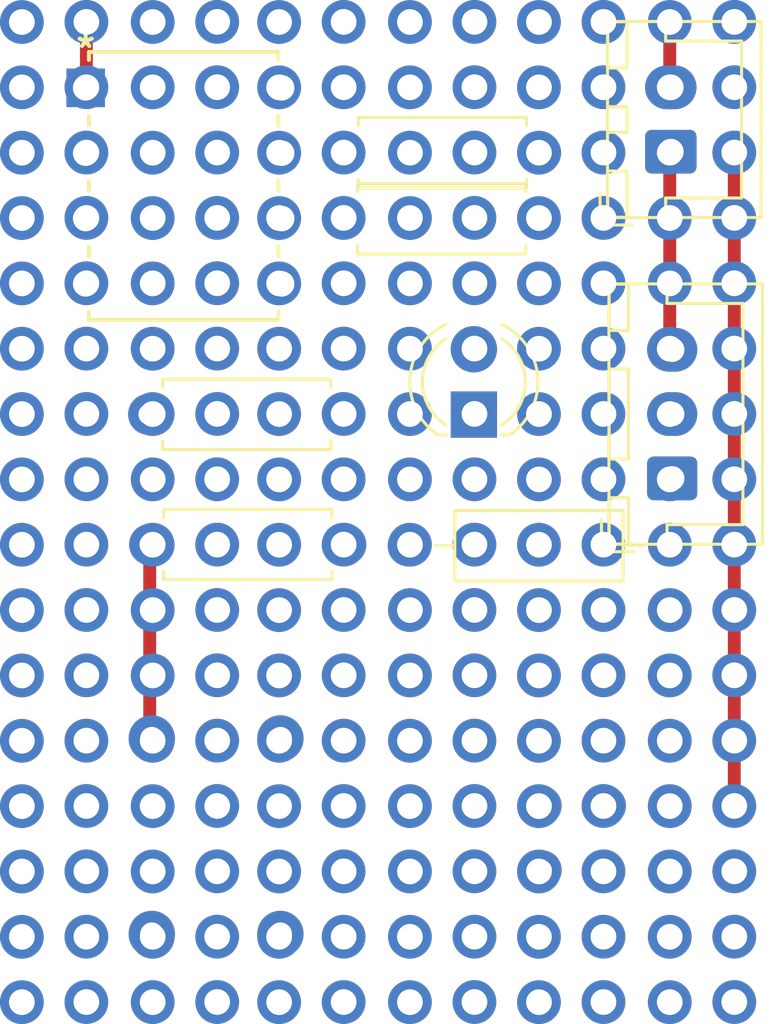
<source format=kicad_pcb>
(kicad_pcb (version 20240108) (generator "pcbnew") (generator_version "8.0")
  (layers (0 "F.Cu" signal) (31 "B.Cu" signal) (34 "B.Paste" user) (35 "F.Paste" user) (36 "B.SilkS" user "B.Silkscreen") (37 "F.SilkS" user "F.Silkscreen") (38 "B.Mask" user) (39 "F.Mask" user) (44 "Edge.Cuts" user))
  (net 0 "")
  (footprint "Resistor_THT:R_Axial_DIN0207_L6.3mm_D2.5mm_P7.62mm_Horizontal" (layer "F.Cu") (at 57.905084 55.480832)
    (property "Reference" "REF**" (hide yes))
    (property "Value" "R_Axial_DIN0207_L6.3mm_D2.5mm_P7.62mm_Horizontal" (hide yes))
    (fp_line (start 0.54 -1.37) (end 7.08 -1.37) (stroke (width 0.12)) (layer "F.SilkS"))
    (fp_line (start 0.54 -1.04) (end 0.54 -1.37) (stroke (width 0.12)) (layer "F.SilkS"))
    (fp_line (start 0.54 1.04) (end 0.54 1.37) (stroke (width 0.12)) (layer "F.SilkS"))
    (fp_line (start 0.54 1.37) (end 7.08 1.37) (stroke (width 0.12)) (layer "F.SilkS"))
    (fp_line (start 7.08 -1.37) (end 7.08 -1.04) (stroke (width 0.12)) (layer "F.SilkS"))
    (fp_line (start 7.08 1.37) (end 7.08 1.04) (stroke (width 0.12)) (layer "F.SilkS"))
    (pad "1" thru_hole circle (at 0 0) (size 1.6 1.6) (drill 0.8) (layers "*.Cu" "*.Mask"))
    (pad "2" thru_hole oval (at 7.62 0) (size 1.6 1.6) (drill 0.8) (layers "*.Cu" "*.Mask"))
  )
  (footprint "Connector_JST:JST_XH_B3B-XH-A_1x03_P2.50mm_Vertical" (layer "F.Cu") (at 78.215084 52.910832 90)
    (property "Reference" "REF**" (hide yes))
    (property "Value" "JST_XH_B3B-XH-A_1x03_P2.50mm_Vertical" (hide yes))
    (fp_line (start -1.6 -2.75) (end -2.85 -2.75) (stroke (width 0.12)) (layer "F.SilkS"))
    (fp_line (start -2.85 -2.75) (end -2.85 -1.5) (stroke (width 0.12)) (layer "F.SilkS"))
    (fp_line (start 7.56 -2.46) (end -2.56 -2.46) (stroke (width 0.12)) (layer "F.SilkS"))
    (fp_line (start -2.56 -2.46) (end -2.56 3.51) (stroke (width 0.12)) (layer "F.SilkS"))
    (fp_line (start 7.55 -2.45) (end 5.75 -2.45) (stroke (width 0.12)) (layer "F.SilkS"))
    (fp_line (start 5.75 -2.45) (end 5.75 -1.7) (stroke (width 0.12)) (layer "F.SilkS"))
    (fp_line (start 4.25 -2.45) (end 0.75 -2.45) (stroke (width 0.12)) (layer "F.SilkS"))
    (fp_line (start 0.75 -2.45) (end 0.75 -1.7) (stroke (width 0.12)) (layer "F.SilkS"))
    (fp_line (start -0.75 -2.45) (end -2.55 -2.45) (stroke (width 0.12)) (layer "F.SilkS"))
    (fp_line (start -2.55 -2.45) (end -2.55 -1.7) (stroke (width 0.12)) (layer "F.SilkS"))
    (fp_line (start 7.55 -1.7) (end 7.55 -2.45) (stroke (width 0.12)) (layer "F.SilkS"))
    (fp_line (start 5.75 -1.7) (end 7.55 -1.7) (stroke (width 0.12)) (layer "F.SilkS"))
    (fp_line (start 4.25 -1.7) (end 4.25 -2.45) (stroke (width 0.12)) (layer "F.SilkS"))
    (fp_line (start 0.75 -1.7) (end 4.25 -1.7) (stroke (width 0.12)) (layer "F.SilkS"))
    (fp_line (start -0.75 -1.7) (end -0.75 -2.45) (stroke (width 0.12)) (layer "F.SilkS"))
    (fp_line (start -2.55 -1.7) (end -0.75 -1.7) (stroke (width 0.12)) (layer "F.SilkS"))
    (fp_line (start 7.55 -0.2) (end 6.8 -0.2) (stroke (width 0.12)) (layer "F.SilkS"))
    (fp_line (start 6.8 -0.2) (end 6.8 2.75) (stroke (width 0.12)) (layer "F.SilkS"))
    (fp_line (start -1.8 -0.2) (end -1.8 2.75) (stroke (width 0.12)) (layer "F.SilkS"))
    (fp_line (start -2.55 -0.2) (end -1.8 -0.2) (stroke (width 0.12)) (layer "F.SilkS"))
    (fp_line (start 6.8 2.75) (end 2.5 2.75) (stroke (width 0.12)) (layer "F.SilkS"))
    (fp_line (start -1.8 2.75) (end 2.5 2.75) (stroke (width 0.12)) (layer "F.SilkS"))
    (fp_line (start 7.56 3.51) (end 7.56 -2.46) (stroke (width 0.12)) (layer "F.SilkS"))
    (fp_line (start -2.56 3.51) (end 7.56 3.51) (stroke (width 0.12)) (layer "F.SilkS"))
    (pad "1" thru_hole roundrect (at 0 0 90) (size 1.7 1.95) (drill 0.95) (layers "*.Cu" "*.Mask") (roundrect_rratio 0.147059))
    (pad "2" thru_hole oval (at 2.5 0 90) (size 1.7 1.95) (drill 0.95) (layers "*.Cu" "*.Mask"))
    (pad "3" thru_hole oval (at 5 0 90) (size 1.7 1.95) (drill 0.95) (layers "*.Cu" "*.Mask"))
  )
  (footprint "user:PIC12F683-IP" (layer "F.Cu") (at 55.415084 37.730832)
    (property "Reference" "REF**" (hide yes))
    (property "Value" "PIC12F683-IP" (hide yes))
    (fp_line (start 0.127 -1.397) (end 0.127 -1.08204) (stroke (width 0.1524)) (layer "F.SilkS"))
    (fp_line (start 0.127 1.08204) (end 0.127 1.465439) (stroke (width 0.1524)) (layer "F.SilkS"))
    (fp_line (start 0.127 3.614561) (end 0.127 4.005439) (stroke (width 0.1524)) (layer "F.SilkS"))
    (fp_line (start 0.127 6.154561) (end 0.127 6.545439) (stroke (width 0.1524)) (layer "F.SilkS"))
    (fp_line (start 0.127 8.694561) (end 0.127 9.017) (stroke (width 0.1524)) (layer "F.SilkS"))
    (fp_line (start 0.127 9.017) (end 7.493 9.017) (stroke (width 0.1524)) (layer "F.SilkS"))
    (fp_line (start 7.493 -1.397) (end 0.127 -1.397) (stroke (width 0.1524)) (layer "F.SilkS"))
    (fp_line (start 7.493 -1.074561) (end 7.493 -1.397) (stroke (width 0.1524)) (layer "F.SilkS"))
    (fp_line (start 7.493 1.465439) (end 7.493 1.074561) (stroke (width 0.1524)) (layer "F.SilkS"))
    (fp_line (start 7.493 4.005439) (end 7.493 3.614561) (stroke (width 0.1524)) (layer "F.SilkS"))
    (fp_line (start 7.493 6.545439) (end 7.493 6.154561) (stroke (width 0.1524)) (layer "F.SilkS"))
    (fp_line (start 7.493 9.017) (end 7.493 8.694561) (stroke (width 0.1524)) (layer "F.SilkS"))
    (fp_text user "*" (at 0 -1.5113 0) (layer "F.SilkS"))
    (fp_text user "*" (at 0 -1.5113 0) (layer "F.SilkS"))
    (pad "1" thru_hole rect (at 0 0) (size 1.4986 1.4986) (drill 0.9906) (layers "*.Cu" "*.Mask"))
    (pad "2" thru_hole circle (at 0 2.54) (size 1.4986 1.4986) (drill 0.9906) (layers "*.Cu" "*.Mask"))
    (pad "3" thru_hole circle (at 0 5.08) (size 1.4986 1.4986) (drill 0.9906) (layers "*.Cu" "*.Mask"))
    (pad "4" thru_hole circle (at 0 7.62) (size 1.4986 1.4986) (drill 0.9906) (layers "*.Cu" "*.Mask"))
    (pad "5" thru_hole circle (at 7.62 7.62) (size 1.4986 1.4986) (drill 0.9906) (layers "*.Cu" "*.Mask"))
    (pad "6" thru_hole circle (at 7.62 5.08) (size 1.4986 1.4986) (drill 0.9906) (layers "*.Cu" "*.Mask"))
    (pad "7" thru_hole circle (at 7.62 2.54) (size 1.4986 1.4986) (drill 0.9906) (layers "*.Cu" "*.Mask"))
    (pad "8" thru_hole circle (at 7.62 0) (size 1.4986 1.4986) (drill 0.9906) (layers "*.Cu" "*.Mask"))
  )
  (footprint "Resistor_THT:R_Axial_DIN0207_L6.3mm_D2.5mm_P7.62mm_Horizontal" (layer "F.Cu") (at 57.865084 50.420832)
    (property "Reference" "REF**" (hide yes))
    (property "Value" "R_Axial_DIN0207_L6.3mm_D2.5mm_P7.62mm_Horizontal" (hide yes))
    (fp_line (start 0.54 -1.37) (end 7.08 -1.37) (stroke (width 0.12)) (layer "F.SilkS"))
    (fp_line (start 0.54 -1.04) (end 0.54 -1.37) (stroke (width 0.12)) (layer "F.SilkS"))
    (fp_line (start 0.54 1.04) (end 0.54 1.37) (stroke (width 0.12)) (layer "F.SilkS"))
    (fp_line (start 0.54 1.37) (end 7.08 1.37) (stroke (width 0.12)) (layer "F.SilkS"))
    (fp_line (start 7.08 -1.37) (end 7.08 -1.04) (stroke (width 0.12)) (layer "F.SilkS"))
    (fp_line (start 7.08 1.37) (end 7.08 1.04) (stroke (width 0.12)) (layer "F.SilkS"))
    (pad "1" thru_hole circle (at 0 0) (size 1.6 1.6) (drill 0.8) (layers "*.Cu" "*.Mask"))
    (pad "2" thru_hole oval (at 7.62 0) (size 1.6 1.6) (drill 0.8) (layers "*.Cu" "*.Mask"))
  )
  (footprint "user:SW_Push" (layer "F.Cu") (at 57.985084 63.020832)
    (property "Reference" "REF**" (hide yes))
    (property "Value" "SW_Push" (hide yes))
    (pad "1" thru_hole circle (at 0 0) (size 1.8 1.8) (drill 0.9) (layers "*.Cu" "*.Mask"))
    (pad "2" thru_hole circle (at 5 0) (size 1.8 1.8) (drill 0.9) (layers "*.Cu" "*.Mask"))
    (pad "3" thru_hole circle (at 0 7.6) (size 1.8 1.8) (drill 0.9) (layers "*.Cu" "*.Mask"))
    (pad "4" thru_hole circle (at 5 7.6) (size 1.8 1.8) (drill 0.9) (layers "*.Cu" "*.Mask"))
  )
  (footprint "Connector_JST:JST_XH_B2B-XH-A_1x02_P2.50mm_Vertical" (layer "F.Cu") (at 78.160084 40.210832 90)
    (property "Reference" "REF**" (hide yes))
    (property "Value" "JST_XH_B2B-XH-A_1x02_P2.50mm_Vertical" (hide yes))
    (fp_line (start -1.6 -2.75) (end -2.85 -2.75) (stroke (width 0.12)) (layer "F.SilkS"))
    (fp_line (start -2.85 -2.75) (end -2.85 -1.5) (stroke (width 0.12)) (layer "F.SilkS"))
    (fp_line (start 5.06 -2.46) (end -2.56 -2.46) (stroke (width 0.12)) (layer "F.SilkS"))
    (fp_line (start -2.56 -2.46) (end -2.56 3.51) (stroke (width 0.12)) (layer "F.SilkS"))
    (fp_line (start 5.05 -2.45) (end 3.25 -2.45) (stroke (width 0.12)) (layer "F.SilkS"))
    (fp_line (start 3.25 -2.45) (end 3.25 -1.7) (stroke (width 0.12)) (layer "F.SilkS"))
    (fp_line (start 1.75 -2.45) (end 0.75 -2.45) (stroke (width 0.12)) (layer "F.SilkS"))
    (fp_line (start 0.75 -2.45) (end 0.75 -1.7) (stroke (width 0.12)) (layer "F.SilkS"))
    (fp_line (start -0.75 -2.45) (end -2.55 -2.45) (stroke (width 0.12)) (layer "F.SilkS"))
    (fp_line (start -2.55 -2.45) (end -2.55 -1.7) (stroke (width 0.12)) (layer "F.SilkS"))
    (fp_line (start 5.05 -1.7) (end 5.05 -2.45) (stroke (width 0.12)) (layer "F.SilkS"))
    (fp_line (start 3.25 -1.7) (end 5.05 -1.7) (stroke (width 0.12)) (layer "F.SilkS"))
    (fp_line (start 1.75 -1.7) (end 1.75 -2.45) (stroke (width 0.12)) (layer "F.SilkS"))
    (fp_line (start 0.75 -1.7) (end 1.75 -1.7) (stroke (width 0.12)) (layer "F.SilkS"))
    (fp_line (start -0.75 -1.7) (end -0.75 -2.45) (stroke (width 0.12)) (layer "F.SilkS"))
    (fp_line (start -2.55 -1.7) (end -0.75 -1.7) (stroke (width 0.12)) (layer "F.SilkS"))
    (fp_line (start 5.05 -0.2) (end 4.3 -0.2) (stroke (width 0.12)) (layer "F.SilkS"))
    (fp_line (start 4.3 -0.2) (end 4.3 2.75) (stroke (width 0.12)) (layer "F.SilkS"))
    (fp_line (start -1.8 -0.2) (end -1.8 2.75) (stroke (width 0.12)) (layer "F.SilkS"))
    (fp_line (start -2.55 -0.2) (end -1.8 -0.2) (stroke (width 0.12)) (layer "F.SilkS"))
    (fp_line (start 4.3 2.75) (end 1.25 2.75) (stroke (width 0.12)) (layer "F.SilkS"))
    (fp_line (start -1.8 2.75) (end 1.25 2.75) (stroke (width 0.12)) (layer "F.SilkS"))
    (fp_line (start 5.06 3.51) (end 5.06 -2.46) (stroke (width 0.12)) (layer "F.SilkS"))
    (fp_line (start -2.56 3.51) (end 5.06 3.51) (stroke (width 0.12)) (layer "F.SilkS"))
    (pad "1" thru_hole roundrect (at 0 0 90) (size 1.7 2) (drill 1) (layers "*.Cu" "*.Mask") (roundrect_rratio 0.147059))
    (pad "2" thru_hole oval (at 2.5 0 90) (size 1.7 2) (drill 1) (layers "*.Cu" "*.Mask"))
  )
  (footprint "LED_THT:LED_D4.0mm" (layer "F.Cu") (at 70.505084 50.430832 90)
    (property "Reference" "REF**" (hide yes))
    (property "Value" "LED_D4.0mm" (hide yes))
    (fp_line (start -0.79 -1.399) (end -0.79 -1.08) (stroke (width 0.12)) (layer "F.SilkS"))
    (fp_line (start -0.79 1.08) (end -0.79 1.399) (stroke (width 0.12)) (layer "F.SilkS"))
    (fp_arc (start -0.79 -1.398749) (mid 1.453519 -2.483228) (end 3.513242 -1.080724) (stroke (width 0.12)) (layer "F.SilkS"))
    (fp_arc (start -0.41333 -1.08) (mid 1.269429 -2) (end 2.952713 -1.080961) (stroke (width 0.12)) (layer "F.SilkS"))
    (fp_arc (start 3.513242 1.080724) (mid 1.453519 2.483228) (end -0.79 1.398749) (stroke (width 0.12)) (layer "F.SilkS"))
    (fp_arc (start 2.952713 1.080961) (mid 1.269429 2) (end -0.41333 1.08) (stroke (width 0.12)) (layer "F.SilkS"))
    (pad "1" thru_hole rect (at 0 0 90) (size 1.8 1.8) (drill 0.9) (layers "*.Cu" "*.Mask"))
    (pad "2" thru_hole circle (at 2.54 0 90) (size 1.8 1.8) (drill 0.9) (layers "*.Cu" "*.Mask"))
  )
  (footprint "user:1x16_2.54mm_pinheader_part" (layer "F.Cu") (at 52.935084 35.170832)
    (property "Reference" "REF**" (hide yes))
    (property "Value" "1x16_2.54mm_pinheader_part" (hide yes))
    (pad "1" thru_hole oval (at 0 0) (size 1.7 1.7) (drill 1) (layers "*.Cu" "*.Mask"))
    (pad "1" thru_hole oval (at 2.507843 -0.005064) (size 1.7 1.7) (drill 1) (layers "*.Cu" "*.Mask"))
    (pad "1" thru_hole oval (at 5.084916 -0.000832) (size 1.7 1.7) (drill 1) (layers "*.Cu" "*.Mask"))
    (pad "1" thru_hole oval (at 7.592759 -0.005896) (size 1.7 1.7) (drill 1) (layers "*.Cu" "*.Mask"))
    (pad "1" thru_hole oval (at 10 0) (size 1.7 1.7) (drill 1) (layers "*.Cu" "*.Mask"))
    (pad "1" thru_hole oval (at 12.507843 -0.005064) (size 1.7 1.7) (drill 1) (layers "*.Cu" "*.Mask"))
    (pad "1" thru_hole oval (at 15.084916 -0.000832) (size 1.7 1.7) (drill 1) (layers "*.Cu" "*.Mask"))
    (pad "1" thru_hole oval (at 17.592759 -0.005896) (size 1.7 1.7) (drill 1) (layers "*.Cu" "*.Mask"))
    (pad "1" thru_hole oval (at 20.1 0) (size 1.7 1.7) (drill 1) (layers "*.Cu" "*.Mask"))
    (pad "1" thru_hole oval (at 22.607843 -0.005064) (size 1.7 1.7) (drill 1) (layers "*.Cu" "*.Mask"))
    (pad "1" thru_hole oval (at 25.184916 -0.000832) (size 1.7 1.7) (drill 1) (layers "*.Cu" "*.Mask"))
    (pad "1" thru_hole oval (at 27.692759 -0.005896) (size 1.7 1.7) (drill 1) (layers "*.Cu" "*.Mask"))
    (pad "2" thru_hole oval (at 0 2.54) (size 1.7 1.7) (drill 1) (layers "*.Cu" "*.Mask"))
    (pad "2" thru_hole oval (at 2.507843 2.534936) (size 1.7 1.7) (drill 1) (layers "*.Cu" "*.Mask"))
    (pad "2" thru_hole oval (at 5.084916 2.539168) (size 1.7 1.7) (drill 1) (layers "*.Cu" "*.Mask"))
    (pad "2" thru_hole oval (at 7.592759 2.534104) (size 1.7 1.7) (drill 1) (layers "*.Cu" "*.Mask"))
    (pad "2" thru_hole oval (at 10 2.54) (size 1.7 1.7) (drill 1) (layers "*.Cu" "*.Mask"))
    (pad "2" thru_hole oval (at 12.507843 2.534936) (size 1.7 1.7) (drill 1) (layers "*.Cu" "*.Mask"))
    (pad "2" thru_hole oval (at 15.084916 2.539168) (size 1.7 1.7) (drill 1) (layers "*.Cu" "*.Mask"))
    (pad "2" thru_hole oval (at 17.592759 2.534104) (size 1.7 1.7) (drill 1) (layers "*.Cu" "*.Mask"))
    (pad "2" thru_hole oval (at 20.1 2.54) (size 1.7 1.7) (drill 1) (layers "*.Cu" "*.Mask"))
    (pad "2" thru_hole oval (at 22.607843 2.534936) (size 1.7 1.7) (drill 1) (layers "*.Cu" "*.Mask"))
    (pad "2" thru_hole oval (at 25.184916 2.539168) (size 1.7 1.7) (drill 1) (layers "*.Cu" "*.Mask"))
    (pad "2" thru_hole oval (at 27.692759 2.534104) (size 1.7 1.7) (drill 1) (layers "*.Cu" "*.Mask"))
    (pad "3" thru_hole oval (at 0 5.08) (size 1.7 1.7) (drill 1) (layers "*.Cu" "*.Mask"))
    (pad "3" thru_hole oval (at 2.507843 5.074936) (size 1.7 1.7) (drill 1) (layers "*.Cu" "*.Mask"))
    (pad "3" thru_hole oval (at 5.084916 5.079168) (size 1.7 1.7) (drill 1) (layers "*.Cu" "*.Mask"))
    (pad "3" thru_hole oval (at 7.592759 5.074104) (size 1.7 1.7) (drill 1) (layers "*.Cu" "*.Mask"))
    (pad "3" thru_hole oval (at 10 5.08) (size 1.7 1.7) (drill 1) (layers "*.Cu" "*.Mask"))
    (pad "3" thru_hole oval (at 12.507843 5.074936) (size 1.7 1.7) (drill 1) (layers "*.Cu" "*.Mask"))
    (pad "3" thru_hole oval (at 15.084916 5.079168) (size 1.7 1.7) (drill 1) (layers "*.Cu" "*.Mask"))
    (pad "3" thru_hole oval (at 17.592759 5.074104) (size 1.7 1.7) (drill 1) (layers "*.Cu" "*.Mask"))
    (pad "3" thru_hole oval (at 20.1 5.08) (size 1.7 1.7) (drill 1) (layers "*.Cu" "*.Mask"))
    (pad "3" thru_hole oval (at 22.607843 5.074936) (size 1.7 1.7) (drill 1) (layers "*.Cu" "*.Mask"))
    (pad "3" thru_hole oval (at 25.184916 5.079168) (size 1.7 1.7) (drill 1) (layers "*.Cu" "*.Mask"))
    (pad "3" thru_hole oval (at 27.692759 5.074104) (size 1.7 1.7) (drill 1) (layers "*.Cu" "*.Mask"))
    (pad "4" thru_hole oval (at 0 7.62) (size 1.7 1.7) (drill 1) (layers "*.Cu" "*.Mask"))
    (pad "4" thru_hole oval (at 2.507843 7.614936) (size 1.7 1.7) (drill 1) (layers "*.Cu" "*.Mask"))
    (pad "4" thru_hole oval (at 5.084916 7.619168) (size 1.7 1.7) (drill 1) (layers "*.Cu" "*.Mask"))
    (pad "4" thru_hole oval (at 7.592759 7.614104) (size 1.7 1.7) (drill 1) (layers "*.Cu" "*.Mask"))
    (pad "4" thru_hole oval (at 10 7.62) (size 1.7 1.7) (drill 1) (layers "*.Cu" "*.Mask"))
    (pad "4" thru_hole oval (at 12.507843 7.614936) (size 1.7 1.7) (drill 1) (layers "*.Cu" "*.Mask"))
    (pad "4" thru_hole oval (at 15.084916 7.619168) (size 1.7 1.7) (drill 1) (layers "*.Cu" "*.Mask"))
    (pad "4" thru_hole oval (at 17.592759 7.614104) (size 1.7 1.7) (drill 1) (layers "*.Cu" "*.Mask"))
    (pad "4" thru_hole oval (at 20.1 7.62) (size 1.7 1.7) (drill 1) (layers "*.Cu" "*.Mask"))
    (pad "4" thru_hole oval (at 22.607843 7.614936) (size 1.7 1.7) (drill 1) (layers "*.Cu" "*.Mask"))
    (pad "4" thru_hole oval (at 25.184916 7.619168) (size 1.7 1.7) (drill 1) (layers "*.Cu" "*.Mask"))
    (pad "4" thru_hole oval (at 27.692759 7.614104) (size 1.7 1.7) (drill 1) (layers "*.Cu" "*.Mask"))
    (pad "5" thru_hole oval (at 0 10.16) (size 1.7 1.7) (drill 1) (layers "*.Cu" "*.Mask"))
    (pad "5" thru_hole oval (at 2.507843 10.154936) (size 1.7 1.7) (drill 1) (layers "*.Cu" "*.Mask"))
    (pad "5" thru_hole oval (at 5.084916 10.159168) (size 1.7 1.7) (drill 1) (layers "*.Cu" "*.Mask"))
    (pad "5" thru_hole oval (at 7.592759 10.154104) (size 1.7 1.7) (drill 1) (layers "*.Cu" "*.Mask"))
    (pad "5" thru_hole oval (at 10 10.16) (size 1.7 1.7) (drill 1) (layers "*.Cu" "*.Mask"))
    (pad "5" thru_hole oval (at 12.507843 10.154936) (size 1.7 1.7) (drill 1) (layers "*.Cu" "*.Mask"))
    (pad "5" thru_hole oval (at 15.084916 10.159168) (size 1.7 1.7) (drill 1) (layers "*.Cu" "*.Mask"))
    (pad "5" thru_hole oval (at 17.592759 10.154104) (size 1.7 1.7) (drill 1) (layers "*.Cu" "*.Mask"))
    (pad "5" thru_hole oval (at 20.1 10.16) (size 1.7 1.7) (drill 1) (layers "*.Cu" "*.Mask"))
    (pad "5" thru_hole oval (at 22.607843 10.154936) (size 1.7 1.7) (drill 1) (layers "*.Cu" "*.Mask"))
    (pad "5" thru_hole oval (at 25.184916 10.159168) (size 1.7 1.7) (drill 1) (layers "*.Cu" "*.Mask"))
    (pad "5" thru_hole oval (at 27.692759 10.154104) (size 1.7 1.7) (drill 1) (layers "*.Cu" "*.Mask"))
    (pad "6" thru_hole oval (at 0 12.7) (size 1.7 1.7) (drill 1) (layers "*.Cu" "*.Mask"))
    (pad "6" thru_hole oval (at 2.507843 12.694936) (size 1.7 1.7) (drill 1) (layers "*.Cu" "*.Mask"))
    (pad "6" thru_hole oval (at 5.084916 12.699168) (size 1.7 1.7) (drill 1) (layers "*.Cu" "*.Mask"))
    (pad "6" thru_hole oval (at 7.592759 12.694104) (size 1.7 1.7) (drill 1) (layers "*.Cu" "*.Mask"))
    (pad "6" thru_hole oval (at 10 12.7) (size 1.7 1.7) (drill 1) (layers "*.Cu" "*.Mask"))
    (pad "6" thru_hole oval (at 12.507843 12.694936) (size 1.7 1.7) (drill 1) (layers "*.Cu" "*.Mask"))
    (pad "6" thru_hole oval (at 15.084916 12.699168) (size 1.7 1.7) (drill 1) (layers "*.Cu" "*.Mask"))
    (pad "6" thru_hole oval (at 17.592759 12.694104) (size 1.7 1.7) (drill 1) (layers "*.Cu" "*.Mask"))
    (pad "6" thru_hole oval (at 20.1 12.7) (size 1.7 1.7) (drill 1) (layers "*.Cu" "*.Mask"))
    (pad "6" thru_hole oval (at 22.607843 12.694936) (size 1.7 1.7) (drill 1) (layers "*.Cu" "*.Mask"))
    (pad "6" thru_hole oval (at 25.184916 12.699168) (size 1.7 1.7) (drill 1) (layers "*.Cu" "*.Mask"))
    (pad "6" thru_hole oval (at 27.692759 12.694104) (size 1.7 1.7) (drill 1) (layers "*.Cu" "*.Mask"))
    (pad "7" thru_hole oval (at 0 15.24) (size 1.7 1.7) (drill 1) (layers "*.Cu" "*.Mask"))
    (pad "7" thru_hole oval (at 2.507843 15.234936) (size 1.7 1.7) (drill 1) (layers "*.Cu" "*.Mask"))
    (pad "7" thru_hole oval (at 5.084916 15.239168) (size 1.7 1.7) (drill 1) (layers "*.Cu" "*.Mask"))
    (pad "7" thru_hole oval (at 7.592759 15.234104) (size 1.7 1.7) (drill 1) (layers "*.Cu" "*.Mask"))
    (pad "7" thru_hole oval (at 10 15.24) (size 1.7 1.7) (drill 1) (layers "*.Cu" "*.Mask"))
    (pad "7" thru_hole oval (at 12.507843 15.234936) (size 1.7 1.7) (drill 1) (layers "*.Cu" "*.Mask"))
    (pad "7" thru_hole oval (at 15.084916 15.239168) (size 1.7 1.7) (drill 1) (layers "*.Cu" "*.Mask"))
    (pad "7" thru_hole oval (at 17.592759 15.234104) (size 1.7 1.7) (drill 1) (layers "*.Cu" "*.Mask"))
    (pad "7" thru_hole oval (at 20.1 15.24) (size 1.7 1.7) (drill 1) (layers "*.Cu" "*.Mask"))
    (pad "7" thru_hole oval (at 22.607843 15.234936) (size 1.7 1.7) (drill 1) (layers "*.Cu" "*.Mask"))
    (pad "7" thru_hole oval (at 25.184916 15.239168) (size 1.7 1.7) (drill 1) (layers "*.Cu" "*.Mask"))
    (pad "7" thru_hole oval (at 27.692759 15.234104) (size 1.7 1.7) (drill 1) (layers "*.Cu" "*.Mask"))
    (pad "8" thru_hole oval (at 0 17.78) (size 1.7 1.7) (drill 1) (layers "*.Cu" "*.Mask"))
    (pad "8" thru_hole oval (at 2.507843 17.774936) (size 1.7 1.7) (drill 1) (layers "*.Cu" "*.Mask"))
    (pad "8" thru_hole oval (at 5.084916 17.779168) (size 1.7 1.7) (drill 1) (layers "*.Cu" "*.Mask"))
    (pad "8" thru_hole oval (at 7.592759 17.774104) (size 1.7 1.7) (drill 1) (layers "*.Cu" "*.Mask"))
    (pad "8" thru_hole oval (at 10 17.78) (size 1.7 1.7) (drill 1) (layers "*.Cu" "*.Mask"))
    (pad "8" thru_hole oval (at 12.507843 17.774936) (size 1.7 1.7) (drill 1) (layers "*.Cu" "*.Mask"))
    (pad "8" thru_hole oval (at 15.084916 17.779168) (size 1.7 1.7) (drill 1) (layers "*.Cu" "*.Mask"))
    (pad "8" thru_hole oval (at 17.592759 17.774104) (size 1.7 1.7) (drill 1) (layers "*.Cu" "*.Mask"))
    (pad "8" thru_hole oval (at 20.1 17.78) (size 1.7 1.7) (drill 1) (layers "*.Cu" "*.Mask"))
    (pad "8" thru_hole oval (at 22.607843 17.774936) (size 1.7 1.7) (drill 1) (layers "*.Cu" "*.Mask"))
    (pad "8" thru_hole oval (at 25.184916 17.779168) (size 1.7 1.7) (drill 1) (layers "*.Cu" "*.Mask"))
    (pad "8" thru_hole oval (at 27.692759 17.774104) (size 1.7 1.7) (drill 1) (layers "*.Cu" "*.Mask"))
    (pad "9" thru_hole oval (at 0 20.32) (size 1.7 1.7) (drill 1) (layers "*.Cu" "*.Mask"))
    (pad "9" thru_hole oval (at 2.507843 20.314936) (size 1.7 1.7) (drill 1) (layers "*.Cu" "*.Mask"))
    (pad "9" thru_hole oval (at 5.084916 20.319168) (size 1.7 1.7) (drill 1) (layers "*.Cu" "*.Mask"))
    (pad "9" thru_hole oval (at 7.592759 20.314104) (size 1.7 1.7) (drill 1) (layers "*.Cu" "*.Mask"))
    (pad "9" thru_hole oval (at 10 20.32) (size 1.7 1.7) (drill 1) (layers "*.Cu" "*.Mask"))
    (pad "9" thru_hole oval (at 12.507843 20.314936) (size 1.7 1.7) (drill 1) (layers "*.Cu" "*.Mask"))
    (pad "9" thru_hole oval (at 15.084916 20.319168) (size 1.7 1.7) (drill 1) (layers "*.Cu" "*.Mask"))
    (pad "9" thru_hole oval (at 17.592759 20.314104) (size 1.7 1.7) (drill 1) (layers "*.Cu" "*.Mask"))
    (pad "9" thru_hole oval (at 20.1 20.32) (size 1.7 1.7) (drill 1) (layers "*.Cu" "*.Mask"))
    (pad "9" thru_hole oval (at 22.607843 20.314936) (size 1.7 1.7) (drill 1) (layers "*.Cu" "*.Mask"))
    (pad "9" thru_hole oval (at 25.184916 20.319168) (size 1.7 1.7) (drill 1) (layers "*.Cu" "*.Mask"))
    (pad "9" thru_hole oval (at 27.692759 20.314104) (size 1.7 1.7) (drill 1) (layers "*.Cu" "*.Mask"))
    (pad "10" thru_hole oval (at 0 22.86) (size 1.7 1.7) (drill 1) (layers "*.Cu" "*.Mask"))
    (pad "10" thru_hole oval (at 2.507843 22.854936) (size 1.7 1.7) (drill 1) (layers "*.Cu" "*.Mask"))
    (pad "10" thru_hole oval (at 5.084916 22.859168) (size 1.7 1.7) (drill 1) (layers "*.Cu" "*.Mask"))
    (pad "10" thru_hole oval (at 7.592759 22.854104) (size 1.7 1.7) (drill 1) (layers "*.Cu" "*.Mask"))
    (pad "10" thru_hole oval (at 10 22.86) (size 1.7 1.7) (drill 1) (layers "*.Cu" "*.Mask"))
    (pad "10" thru_hole oval (at 12.507843 22.854936) (size 1.7 1.7) (drill 1) (layers "*.Cu" "*.Mask"))
    (pad "10" thru_hole oval (at 15.084916 22.859168) (size 1.7 1.7) (drill 1) (layers "*.Cu" "*.Mask"))
    (pad "10" thru_hole oval (at 17.592759 22.854104) (size 1.7 1.7) (drill 1) (layers "*.Cu" "*.Mask"))
    (pad "10" thru_hole oval (at 20.1 22.86) (size 1.7 1.7) (drill 1) (layers "*.Cu" "*.Mask"))
    (pad "10" thru_hole oval (at 22.607843 22.854936) (size 1.7 1.7) (drill 1) (layers "*.Cu" "*.Mask"))
    (pad "10" thru_hole oval (at 25.184916 22.859168) (size 1.7 1.7) (drill 1) (layers "*.Cu" "*.Mask"))
    (pad "10" thru_hole oval (at 27.692759 22.854104) (size 1.7 1.7) (drill 1) (layers "*.Cu" "*.Mask"))
    (pad "11" thru_hole oval (at 0 25.4) (size 1.7 1.7) (drill 1) (layers "*.Cu" "*.Mask"))
    (pad "11" thru_hole oval (at 2.507843 25.394936) (size 1.7 1.7) (drill 1) (layers "*.Cu" "*.Mask"))
    (pad "11" thru_hole oval (at 5.084916 25.399168) (size 1.7 1.7) (drill 1) (layers "*.Cu" "*.Mask"))
    (pad "11" thru_hole oval (at 7.592759 25.394104) (size 1.7 1.7) (drill 1) (layers "*.Cu" "*.Mask"))
    (pad "11" thru_hole oval (at 10 25.4) (size 1.7 1.7) (drill 1) (layers "*.Cu" "*.Mask"))
    (pad "11" thru_hole oval (at 12.507843 25.394936) (size 1.7 1.7) (drill 1) (layers "*.Cu" "*.Mask"))
    (pad "11" thru_hole oval (at 15.084916 25.399168) (size 1.7 1.7) (drill 1) (layers "*.Cu" "*.Mask"))
    (pad "11" thru_hole oval (at 17.592759 25.394104) (size 1.7 1.7) (drill 1) (layers "*.Cu" "*.Mask"))
    (pad "11" thru_hole oval (at 20.1 25.4) (size 1.7 1.7) (drill 1) (layers "*.Cu" "*.Mask"))
    (pad "11" thru_hole oval (at 22.607843 25.394936) (size 1.7 1.7) (drill 1) (layers "*.Cu" "*.Mask"))
    (pad "11" thru_hole oval (at 25.184916 25.399168) (size 1.7 1.7) (drill 1) (layers "*.Cu" "*.Mask"))
    (pad "11" thru_hole oval (at 27.692759 25.394104) (size 1.7 1.7) (drill 1) (layers "*.Cu" "*.Mask"))
    (pad "12" thru_hole oval (at 0 27.94) (size 1.7 1.7) (drill 1) (layers "*.Cu" "*.Mask"))
    (pad "12" thru_hole oval (at 2.507843 27.934936) (size 1.7 1.7) (drill 1) (layers "*.Cu" "*.Mask"))
    (pad "12" thru_hole oval (at 5.084916 27.939168) (size 1.7 1.7) (drill 1) (layers "*.Cu" "*.Mask"))
    (pad "12" thru_hole oval (at 7.592759 27.934104) (size 1.7 1.7) (drill 1) (layers "*.Cu" "*.Mask"))
    (pad "12" thru_hole oval (at 10 27.94) (size 1.7 1.7) (drill 1) (layers "*.Cu" "*.Mask"))
    (pad "12" thru_hole oval (at 12.507843 27.934936) (size 1.7 1.7) (drill 1) (layers "*.Cu" "*.Mask"))
    (pad "12" thru_hole oval (at 15.084916 27.939168) (size 1.7 1.7) (drill 1) (layers "*.Cu" "*.Mask"))
    (pad "12" thru_hole oval (at 17.592759 27.934104) (size 1.7 1.7) (drill 1) (layers "*.Cu" "*.Mask"))
    (pad "12" thru_hole oval (at 20.1 27.94) (size 1.7 1.7) (drill 1) (layers "*.Cu" "*.Mask"))
    (pad "12" thru_hole oval (at 22.607843 27.934936) (size 1.7 1.7) (drill 1) (layers "*.Cu" "*.Mask"))
    (pad "12" thru_hole oval (at 25.184916 27.939168) (size 1.7 1.7) (drill 1) (layers "*.Cu" "*.Mask"))
    (pad "12" thru_hole oval (at 27.692759 27.934104) (size 1.7 1.7) (drill 1) (layers "*.Cu" "*.Mask"))
    (pad "13" thru_hole oval (at 0 30.48) (size 1.7 1.7) (drill 1) (layers "*.Cu" "*.Mask"))
    (pad "13" thru_hole oval (at 2.507843 30.474936) (size 1.7 1.7) (drill 1) (layers "*.Cu" "*.Mask"))
    (pad "13" thru_hole oval (at 5.084916 30.479168) (size 1.7 1.7) (drill 1) (layers "*.Cu" "*.Mask"))
    (pad "13" thru_hole oval (at 7.592759 30.474104) (size 1.7 1.7) (drill 1) (layers "*.Cu" "*.Mask"))
    (pad "13" thru_hole oval (at 10 30.48) (size 1.7 1.7) (drill 1) (layers "*.Cu" "*.Mask"))
    (pad "13" thru_hole oval (at 12.507843 30.474936) (size 1.7 1.7) (drill 1) (layers "*.Cu" "*.Mask"))
    (pad "13" thru_hole oval (at 15.084916 30.479168) (size 1.7 1.7) (drill 1) (layers "*.Cu" "*.Mask"))
    (pad "13" thru_hole oval (at 17.592759 30.474104) (size 1.7 1.7) (drill 1) (layers "*.Cu" "*.Mask"))
    (pad "13" thru_hole oval (at 20.1 30.48) (size 1.7 1.7) (drill 1) (layers "*.Cu" "*.Mask"))
    (pad "13" thru_hole oval (at 22.607843 30.474936) (size 1.7 1.7) (drill 1) (layers "*.Cu" "*.Mask"))
    (pad "13" thru_hole oval (at 25.184916 30.479168) (size 1.7 1.7) (drill 1) (layers "*.Cu" "*.Mask"))
    (pad "13" thru_hole oval (at 27.692759 30.474104) (size 1.7 1.7) (drill 1) (layers "*.Cu" "*.Mask"))
    (pad "14" thru_hole oval (at 0 33.02) (size 1.7 1.7) (drill 1) (layers "*.Cu" "*.Mask"))
    (pad "14" thru_hole oval (at 2.507843 33.014936) (size 1.7 1.7) (drill 1) (layers "*.Cu" "*.Mask"))
    (pad "14" thru_hole oval (at 5.084916 33.019168) (size 1.7 1.7) (drill 1) (layers "*.Cu" "*.Mask"))
    (pad "14" thru_hole oval (at 7.592759 33.014104) (size 1.7 1.7) (drill 1) (layers "*.Cu" "*.Mask"))
    (pad "14" thru_hole oval (at 10 33.02) (size 1.7 1.7) (drill 1) (layers "*.Cu" "*.Mask"))
    (pad "14" thru_hole oval (at 12.507843 33.014936) (size 1.7 1.7) (drill 1) (layers "*.Cu" "*.Mask"))
    (pad "14" thru_hole oval (at 15.084916 33.019168) (size 1.7 1.7) (drill 1) (layers "*.Cu" "*.Mask"))
    (pad "14" thru_hole oval (at 17.592759 33.014104) (size 1.7 1.7) (drill 1) (layers "*.Cu" "*.Mask"))
    (pad "14" thru_hole oval (at 20.1 33.02) (size 1.7 1.7) (drill 1) (layers "*.Cu" "*.Mask"))
    (pad "14" thru_hole oval (at 22.607843 33.014936) (size 1.7 1.7) (drill 1) (layers "*.Cu" "*.Mask"))
    (pad "14" thru_hole oval (at 25.184916 33.019168) (size 1.7 1.7) (drill 1) (layers "*.Cu" "*.Mask"))
    (pad "14" thru_hole oval (at 27.692759 33.014104) (size 1.7 1.7) (drill 1) (layers "*.Cu" "*.Mask"))
    (pad "15" thru_hole oval (at 0 35.56) (size 1.7 1.7) (drill 1) (layers "*.Cu" "*.Mask"))
    (pad "15" thru_hole oval (at 2.507843 35.554936) (size 1.7 1.7) (drill 1) (layers "*.Cu" "*.Mask"))
    (pad "15" thru_hole oval (at 5.084916 35.559168) (size 1.7 1.7) (drill 1) (layers "*.Cu" "*.Mask"))
    (pad "15" thru_hole oval (at 7.592759 35.554104) (size 1.7 1.7) (drill 1) (layers "*.Cu" "*.Mask"))
    (pad "15" thru_hole oval (at 10 35.56) (size 1.7 1.7) (drill 1) (layers "*.Cu" "*.Mask"))
    (pad "15" thru_hole oval (at 12.507843 35.554936) (size 1.7 1.7) (drill 1) (layers "*.Cu" "*.Mask"))
    (pad "15" thru_hole oval (at 15.084916 35.559168) (size 1.7 1.7) (drill 1) (layers "*.Cu" "*.Mask"))
    (pad "15" thru_hole oval (at 17.592759 35.554104) (size 1.7 1.7) (drill 1) (layers "*.Cu" "*.Mask"))
    (pad "15" thru_hole oval (at 20.1 35.56) (size 1.7 1.7) (drill 1) (layers "*.Cu" "*.Mask"))
    (pad "15" thru_hole oval (at 22.607843 35.554936) (size 1.7 1.7) (drill 1) (layers "*.Cu" "*.Mask"))
    (pad "15" thru_hole oval (at 25.184916 35.559168) (size 1.7 1.7) (drill 1) (layers "*.Cu" "*.Mask"))
    (pad "15" thru_hole oval (at 27.692759 35.554104) (size 1.7 1.7) (drill 1) (layers "*.Cu" "*.Mask"))
    (pad "16" thru_hole oval (at 0 38.1) (size 1.7 1.7) (drill 1) (layers "*.Cu" "*.Mask"))
    (pad "16" thru_hole oval (at 2.507843 38.094936) (size 1.7 1.7) (drill 1) (layers "*.Cu" "*.Mask"))
    (pad "16" thru_hole oval (at 5.084916 38.099168) (size 1.7 1.7) (drill 1) (layers "*.Cu" "*.Mask"))
    (pad "16" thru_hole oval (at 7.592759 38.094104) (size 1.7 1.7) (drill 1) (layers "*.Cu" "*.Mask"))
    (pad "16" thru_hole oval (at 10 38.1) (size 1.7 1.7) (drill 1) (layers "*.Cu" "*.Mask"))
    (pad "16" thru_hole oval (at 12.507843 38.094936) (size 1.7 1.7) (drill 1) (layers "*.Cu" "*.Mask"))
    (pad "16" thru_hole oval (at 15.084916 38.099168) (size 1.7 1.7) (drill 1) (layers "*.Cu" "*.Mask"))
    (pad "16" thru_hole oval (at 17.592759 38.094104) (size 1.7 1.7) (drill 1) (layers "*.Cu" "*.Mask"))
    (pad "16" thru_hole oval (at 20.1 38.1) (size 1.7 1.7) (drill 1) (layers "*.Cu" "*.Mask"))
    (pad "16" thru_hole oval (at 22.607843 38.094936) (size 1.7 1.7) (drill 1) (layers "*.Cu" "*.Mask"))
    (pad "16" thru_hole oval (at 25.184916 38.099168) (size 1.7 1.7) (drill 1) (layers "*.Cu" "*.Mask"))
    (pad "16" thru_hole oval (at 27.692759 38.094104) (size 1.7 1.7) (drill 1) (layers "*.Cu" "*.Mask"))
  )
  (footprint "Resistor_THT:R_Axial_DIN0207_L6.3mm_D2.5mm_P10.16mm_Horizontal" (layer "F.Cu") (at 67.955084 55.530832)
    (property "Reference" "REF**" (hide yes))
    (property "Value" "R_Axial_DIN0207_L6.3mm_D2.5mm_P10.16mm_Horizontal" (hide yes))
    (fp_line (start 1.04 0) (end 1.81 0) (stroke (width 0.12)) (layer "F.SilkS"))
    (fp_line (start 1.81 -1.37) (end 1.81 1.37) (stroke (width 0.12)) (layer "F.SilkS"))
    (fp_line (start 1.81 1.37) (end 8.35 1.37) (stroke (width 0.12)) (layer "F.SilkS"))
    (fp_line (start 8.35 -1.37) (end 1.81 -1.37) (stroke (width 0.12)) (layer "F.SilkS"))
    (fp_line (start 8.35 1.37) (end 8.35 -1.37) (stroke (width 0.12)) (layer "F.SilkS"))
    (fp_line (start 9.12 0) (end 8.35 0) (stroke (width 0.12)) (layer "F.SilkS"))
    (pad "1" thru_hole circle (at 0 0) (size 1.6 1.6) (drill 0.8) (layers "*.Cu" "*.Mask"))
    (pad "2" thru_hole oval (at 10.16 0) (size 1.6 1.6) (drill 0.8) (layers "*.Cu" "*.Mask"))
  )
  (footprint "Resistor_THT:R_Axial_DIN0207_L6.3mm_D2.5mm_P7.62mm_Horizontal" (layer "F.Cu") (at 65.475084 40.250832)
    (property "Reference" "REF**" (hide yes))
    (property "Value" "R_Axial_DIN0207_L6.3mm_D2.5mm_P7.62mm_Horizontal" (hide yes))
    (fp_line (start 0.54 -1.37) (end 7.08 -1.37) (stroke (width 0.12)) (layer "F.SilkS"))
    (fp_line (start 0.54 -1.04) (end 0.54 -1.37) (stroke (width 0.12)) (layer "F.SilkS"))
    (fp_line (start 0.54 1.04) (end 0.54 1.37) (stroke (width 0.12)) (layer "F.SilkS"))
    (fp_line (start 0.54 1.37) (end 7.08 1.37) (stroke (width 0.12)) (layer "F.SilkS"))
    (fp_line (start 7.08 -1.37) (end 7.08 -1.04) (stroke (width 0.12)) (layer "F.SilkS"))
    (fp_line (start 7.08 1.37) (end 7.08 1.04) (stroke (width 0.12)) (layer "F.SilkS"))
    (pad "1" thru_hole circle (at 0 0) (size 1.6 1.6) (drill 0.8) (layers "*.Cu" "*.Mask"))
    (pad "2" thru_hole oval (at 7.62 0) (size 1.6 1.6) (drill 0.8) (layers "*.Cu" "*.Mask"))
  )
  (footprint "user:Variable Register" (layer "F.Cu") (at 73.055084 65.630832)
    (property "Reference" "REF**" (hide yes))
    (property "Value" "Variable Register" (hide yes))
    (pad "1" thru_hole circle (at 2.6 0) (size 1.524 1.524) (drill 0.762) (layers "*.Cu" "*.Mask"))
    (pad "2" thru_hole circle (at 0.1 0) (size 1.524 1.524) (drill 0.762) (layers "*.Cu" "*.Mask"))
    (pad "3" thru_hole circle (at 0.1 2.5) (size 1.524 1.524) (drill 0.762) (layers "*.Cu" "*.Mask"))
  )
  (footprint "Resistor_THT:R_Axial_DIN0207_L6.3mm_D2.5mm_P7.62mm_Horizontal" (layer "F.Cu") (at 65.445084 42.820832)
    (property "Reference" "REF**" (hide yes))
    (property "Value" "R_Axial_DIN0207_L6.3mm_D2.5mm_P7.62mm_Horizontal" (hide yes))
    (fp_line (start 0.54 -1.37) (end 7.08 -1.37) (stroke (width 0.12)) (layer "F.SilkS"))
    (fp_line (start 0.54 -1.04) (end 0.54 -1.37) (stroke (width 0.12)) (layer "F.SilkS"))
    (fp_line (start 0.54 1.04) (end 0.54 1.37) (stroke (width 0.12)) (layer "F.SilkS"))
    (fp_line (start 0.54 1.37) (end 7.08 1.37) (stroke (width 0.12)) (layer "F.SilkS"))
    (fp_line (start 7.08 -1.37) (end 7.08 -1.04) (stroke (width 0.12)) (layer "F.SilkS"))
    (fp_line (start 7.08 1.37) (end 7.08 1.04) (stroke (width 0.12)) (layer "F.SilkS"))
    (pad "1" thru_hole circle (at 0 0) (size 1.6 1.6) (drill 0.8) (layers "*.Cu" "*.Mask"))
    (pad "2" thru_hole oval (at 7.62 0) (size 1.6 1.6) (drill 0.8) (layers "*.Cu" "*.Mask"))
  )
  (segment (start 57.905084 55.480832) (end 57.905084 62.940832) (width 0.5) (layer "F.Cu") (net 0))
  (segment (start 55.442927 35.165768) (end 56.00002 35.165768) (width 0.2) (layer "F.Cu") (net 0))
  (segment (start 55.442927 37.705768) (end 55.442927 35.165768) (width 0.5) (layer "F.Cu") (net 0))
  (segment (start 78.12 37.71) (end 78.12 35.17) (width 0.5) (layer "F.Cu") (net 0))
  (segment (start 57.905084 62.940832) (end 57.985084 63.020832) (width 0.5) (layer "F.Cu") (net 0))
  (segment (start 78.12 47.815748) (end 78.215084 47.910832) (width 0.5) (layer "F.Cu") (net 0))
  (segment (start 56.00002 35.165768) (end 56.004252 35.17) (width 0.2) (layer "F.Cu") (net 0))
  (segment (start 78.160084 35.210084) (end 78.12 35.17) (width 0.2) (layer "F.Cu") (net 0))
  (segment (start 55.447159 35.17) (end 55.442927 35.165768) (width 0.2) (layer "F.Cu") (net 0))
  (segment (start 80.627843 40.244936) (end 80.627843 65.644936) (width 0.5) (layer "F.Cu") (net 0))
  (segment (start 78.12 40.25) (end 78.12 47.815748) (width 0.5) (layer "F.Cu") (net 0))
)
</source>
